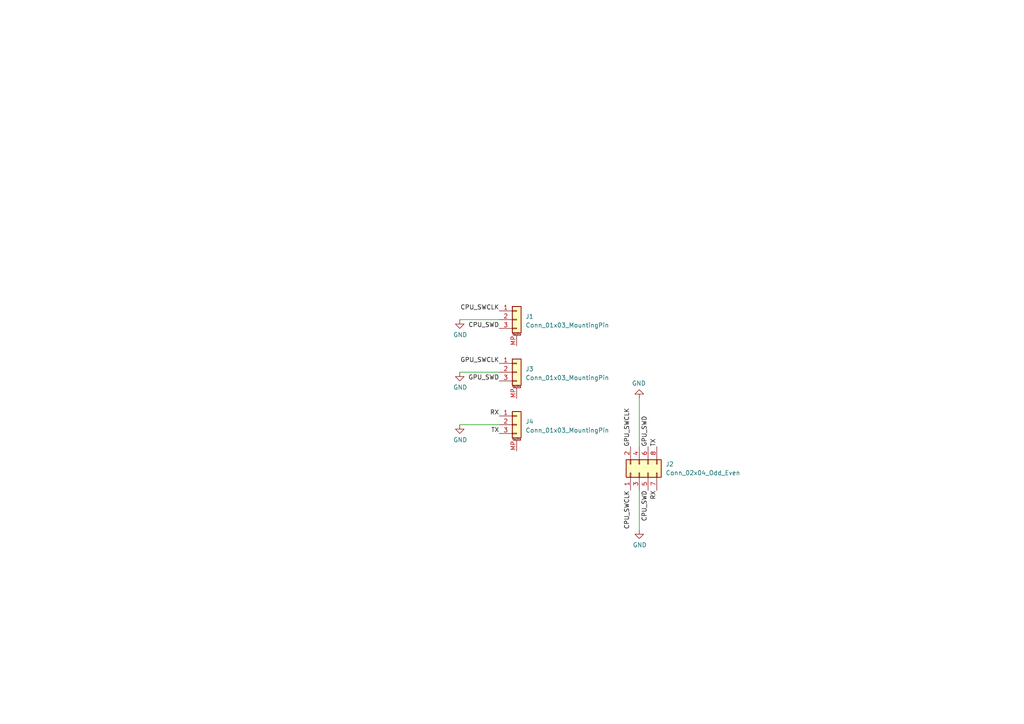
<source format=kicad_sch>
(kicad_sch (version 20231120) (generator "eeschema") (generator_version "8.0")
  (paper "A4")
  (lib_symbols
    (symbol "Connector_Generic:Conn_02x04_Odd_Even" (pin_names (offset 1.016) hide)
      (property "Reference" "J" (at 1.27 5.08 0))
      (property "Value" "Conn_02x04_Odd_Even" (at 1.27 -7.62 0))
      (symbol "Conn_02x04_Odd_Even_1_1"
        (rectangle (start -1.27 -4.953) (end 0 -5.207) (stroke (width 0.1524)))
        (rectangle (start -1.27 -2.413) (end 0 -2.667) (stroke (width 0.1524)))
        (rectangle (start -1.27 0.127) (end 0 -0.127) (stroke (width 0.1524)))
        (rectangle (start -1.27 2.667) (end 0 2.413) (stroke (width 0.1524)))
        (rectangle (start -1.27 3.81) (end 3.81 -6.35) (stroke (width 0.254)) (fill (type background)))
        (rectangle (start 3.81 -4.953) (end 2.54 -5.207) (stroke (width 0.1524)))
        (rectangle (start 3.81 -2.413) (end 2.54 -2.667) (stroke (width 0.1524)))
        (rectangle (start 3.81 0.127) (end 2.54 -0.127) (stroke (width 0.1524)))
        (rectangle (start 3.81 2.667) (end 2.54 2.413) (stroke (width 0.1524)))
        (pin passive line (at -5.08 2.54 0) (length 3.81) (name "Pin_1") (number "1"))
        (pin passive line (at 7.62 2.54 180) (length 3.81) (name "Pin_2") (number "2"))
        (pin passive line (at -5.08 0 0) (length 3.81) (name "Pin_3") (number "3"))
        (pin passive line (at 7.62 0 180) (length 3.81) (name "Pin_4") (number "4"))
        (pin passive line (at -5.08 -2.54 0) (length 3.81) (name "Pin_5") (number "5"))
        (pin passive line (at 7.62 -2.54 180) (length 3.81) (name "Pin_6") (number "6"))
        (pin passive line (at -5.08 -5.08 0) (length 3.81) (name "Pin_7") (number "7"))
        (pin passive line (at 7.62 -5.08 180) (length 3.81) (name "Pin_8") (number "8"))
      )
    )
    (symbol "Connector_Generic_MountingPin:Conn_01x03_MountingPin" (pin_names (offset 1.016) hide)
      (property "Reference" "J" (at 0 5.08 0))
      (property "Value" "Conn_01x03_MountingPin" (at 1.27 -5.08 0))
      (symbol "Conn_01x03_MountingPin_1_1"
        (rectangle (start -1.27 -2.413) (end 0 -2.667) (stroke (width 0.1524)))
        (rectangle (start -1.27 0.127) (end 0 -0.127) (stroke (width 0.1524)))
        (rectangle (start -1.27 2.667) (end 0 2.413) (stroke (width 0.1524)))
        (rectangle (start -1.27 3.81) (end 1.27 -3.81) (stroke (width 0.254)) (fill (type background)))
        (polyline (pts (xy -1.016 -4.572) (xy 1.016 -4.572)) (stroke (width 0.1524)))
        (text "Mounting" (at 0 -4.191 0) (effects (font (size 0.381 0.381))))
        (pin passive line (at -5.08 2.54 0) (length 3.81) (name "Pin_1") (number "1"))
        (pin passive line (at -5.08 0 0) (length 3.81) (name "Pin_2") (number "2"))
        (pin passive line (at -5.08 -2.54 0) (length 3.81) (name "Pin_3") (number "3"))
        (pin passive line (at 0 -7.62 90) (length 3.048) (name "MountPin") (number "MP"))
      )
    )
    (symbol "power:GND" (power) (pin_names (offset 0))
      (property "Value" "GND" (at 0 -3.81 0))
      (symbol "GND_0_1"
        (polyline (pts (xy 0 0) (xy 0 -1.27) (xy 1.27 -1.27) (xy 0 -2.54) (xy -1.27 -1.27) (xy 0 -1.27)))
      )
      (symbol "GND_1_1"
        (pin power_in line (at 0 0 270) (length 0) hide (name "GND") (number "1"))
      )
    )
  )
  (wire (pts (xy 185.42 115.57) (xy 185.42 129.54)))
  (wire (pts (xy 185.42 153.67) (xy 185.42 142.24)))
  (wire (pts (xy 133.35 123.19) (xy 144.78 123.19)))
  (wire (pts (xy 133.35 107.95) (xy 144.78 107.95)))
  (wire (pts (xy 133.35 92.71) (xy 144.78 92.71)))
  (label "CPU_SWCLK" (at 182.88 142.24 270))
  (label "GPU_SWCLK" (at 144.78 105.41 180))
  (label "GPU_SWD" (at 187.96 129.54 90))
  (label "CPU_SWD" (at 187.96 142.24 270))
  (label "GPU_SWCLK" (at 182.88 129.54 90))
  (label "TX" (at 144.78 125.73 180))
  (label "RX" (at 190.5 142.24 270))
  (label "CPU_SWCLK" (at 144.78 90.17 180))
  (label "GPU_SWD" (at 144.78 110.49 180))
  (label "CPU_SWD" (at 144.78 95.25 180))
  (label "TX" (at 190.5 129.54 90))
  (label "RX" (at 144.78 120.65 180))
  (symbol (lib_id "power:GND") (at 133.35 92.71 0) (unit 1)
    (property "Reference" "#PWR01" (effects (hide yes)))
    (property "Value" "GND" (at 133.477 97.1042 0))
  )
  (symbol (lib_id "Connector_Generic_MountingPin:Conn_01x03_MountingPin") (at 149.86 92.71 0) (unit 1)
    (property "Reference" "J1" (at 152.4 91.7956 0) (effects (justify left)))
    (property "Value" "Conn_01x03_MountingPin" (at 152.4 94.3356 0) (effects (justify left)))
    (property "Footprint" "Connector_JST:JST_SH_SM03B-SRSS-TB_1x03-1MP_P1.00mm_Horizontal" (effects (hide yes)))
  )
  (symbol (lib_id "power:GND") (at 185.42 115.57 180) (unit 1)
    (property "Reference" "#PWR03" (effects (hide yes)))
    (property "Value" "GND" (at 185.293 111.1758 0))
  )
  (symbol (lib_id "Connector_Generic_MountingPin:Conn_01x03_MountingPin") (at 149.86 123.19 0) (unit 1)
    (property "Reference" "J4" (at 152.4 122.2756 0) (effects (justify left)))
    (property "Value" "Conn_01x03_MountingPin" (at 152.4 124.8156 0) (effects (justify left)))
    (property "Footprint" "Connector_JST:JST_SH_SM03B-SRSS-TB_1x03-1MP_P1.00mm_Horizontal" (effects (hide yes)))
  )
  (symbol (lib_id "Connector_Generic:Conn_02x04_Odd_Even") (at 185.42 137.16 90) (unit 1)
    (property "Reference" "J2" (at 193.04 134.6199 90) (effects (justify right)))
    (property "Value" "Conn_02x04_Odd_Even" (at 193.04 137.1599 90) (effects (justify right)))
    (property "Footprint" "Connector_PinHeader_2.54mm:PinHeader_2x04_P2.54mm_Vertical" (effects (hide yes)))
    (property "Description" "Generic connector, double row, 02x04, odd/even pin numbering scheme (row 1 odd numbers, row 2 even numbers), script generated (kicad-library-utils/schlib/autogen/connector/)" (effects (hide yes)))
  )
  (symbol (lib_id "power:GND") (at 185.42 153.67 0) (unit 1)
    (property "Reference" "#PWR02" (effects (hide yes)))
    (property "Value" "GND" (at 185.547 158.0642 0))
  )
  (symbol (lib_id "Connector_Generic_MountingPin:Conn_01x03_MountingPin") (at 149.86 107.95 0) (unit 1)
    (property "Reference" "J3" (at 152.4 107.0356 0) (effects (justify left)))
    (property "Value" "Conn_01x03_MountingPin" (at 152.4 109.5756 0) (effects (justify left)))
    (property "Footprint" "Connector_JST:JST_SH_SM03B-SRSS-TB_1x03-1MP_P1.00mm_Horizontal" (effects (hide yes)))
  )
  (symbol (lib_id "power:GND") (at 133.35 107.95 0) (unit 1)
    (property "Reference" "#PWR04" (effects (hide yes)))
    (property "Value" "GND" (at 133.477 112.3442 0))
  )
  (symbol (lib_id "power:GND") (at 133.35 123.19 0) (unit 1)
    (property "Reference" "#PWR05" (effects (hide yes)))
    (property "Value" "GND" (at 133.477 127.5842 0))
  )
)
</source>
